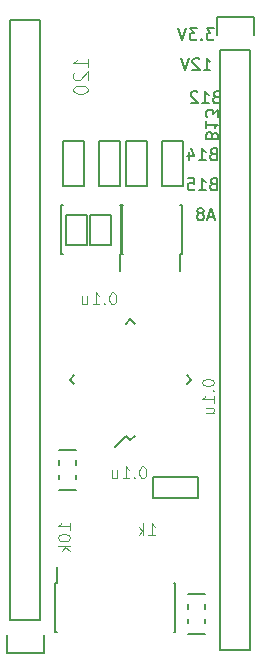
<source format=gbr>
G04 #@! TF.FileFunction,Legend,Bot*
%FSLAX46Y46*%
G04 Gerber Fmt 4.6, Leading zero omitted, Abs format (unit mm)*
G04 Created by KiCad (PCBNEW 4.0.7) date 02/16/18 18:05:03*
%MOMM*%
%LPD*%
G01*
G04 APERTURE LIST*
%ADD10C,0.100000*%
%ADD11C,0.200000*%
%ADD12C,0.150000*%
%ADD13C,0.101600*%
G04 APERTURE END LIST*
D10*
D11*
X37957047Y-23312381D02*
X38528476Y-23312381D01*
X38242762Y-23312381D02*
X38242762Y-22312381D01*
X38338000Y-22455238D01*
X38433238Y-22550476D01*
X38528476Y-22598095D01*
X37576095Y-22407619D02*
X37528476Y-22360000D01*
X37433238Y-22312381D01*
X37195142Y-22312381D01*
X37099904Y-22360000D01*
X37052285Y-22407619D01*
X37004666Y-22502857D01*
X37004666Y-22598095D01*
X37052285Y-22740952D01*
X37623714Y-23312381D01*
X37004666Y-23312381D01*
X36718952Y-22312381D02*
X36385619Y-23312381D01*
X36052285Y-22312381D01*
X38814190Y-19772381D02*
X38195142Y-19772381D01*
X38528476Y-20153333D01*
X38385618Y-20153333D01*
X38290380Y-20200952D01*
X38242761Y-20248571D01*
X38195142Y-20343810D01*
X38195142Y-20581905D01*
X38242761Y-20677143D01*
X38290380Y-20724762D01*
X38385618Y-20772381D01*
X38671333Y-20772381D01*
X38766571Y-20724762D01*
X38814190Y-20677143D01*
X37766571Y-20677143D02*
X37718952Y-20724762D01*
X37766571Y-20772381D01*
X37814190Y-20724762D01*
X37766571Y-20677143D01*
X37766571Y-20772381D01*
X37385619Y-19772381D02*
X36766571Y-19772381D01*
X37099905Y-20153333D01*
X36957047Y-20153333D01*
X36861809Y-20200952D01*
X36814190Y-20248571D01*
X36766571Y-20343810D01*
X36766571Y-20581905D01*
X36814190Y-20677143D01*
X36861809Y-20724762D01*
X36957047Y-20772381D01*
X37242762Y-20772381D01*
X37338000Y-20724762D01*
X37385619Y-20677143D01*
X36480857Y-19772381D02*
X36147524Y-20772381D01*
X35814190Y-19772381D01*
X38980952Y-25582571D02*
X38838095Y-25630190D01*
X38790476Y-25677810D01*
X38742857Y-25773048D01*
X38742857Y-25915905D01*
X38790476Y-26011143D01*
X38838095Y-26058762D01*
X38933333Y-26106381D01*
X39314286Y-26106381D01*
X39314286Y-25106381D01*
X38980952Y-25106381D01*
X38885714Y-25154000D01*
X38838095Y-25201619D01*
X38790476Y-25296857D01*
X38790476Y-25392095D01*
X38838095Y-25487333D01*
X38885714Y-25534952D01*
X38980952Y-25582571D01*
X39314286Y-25582571D01*
X37790476Y-26106381D02*
X38361905Y-26106381D01*
X38076191Y-26106381D02*
X38076191Y-25106381D01*
X38171429Y-25249238D01*
X38266667Y-25344476D01*
X38361905Y-25392095D01*
X37409524Y-25201619D02*
X37361905Y-25154000D01*
X37266667Y-25106381D01*
X37028571Y-25106381D01*
X36933333Y-25154000D01*
X36885714Y-25201619D01*
X36838095Y-25296857D01*
X36838095Y-25392095D01*
X36885714Y-25534952D01*
X37457143Y-26106381D01*
X36838095Y-26106381D01*
X38679429Y-28820952D02*
X38631810Y-28678095D01*
X38584190Y-28630476D01*
X38488952Y-28582857D01*
X38346095Y-28582857D01*
X38250857Y-28630476D01*
X38203238Y-28678095D01*
X38155619Y-28773333D01*
X38155619Y-29154286D01*
X39155619Y-29154286D01*
X39155619Y-28820952D01*
X39108000Y-28725714D01*
X39060381Y-28678095D01*
X38965143Y-28630476D01*
X38869905Y-28630476D01*
X38774667Y-28678095D01*
X38727048Y-28725714D01*
X38679429Y-28820952D01*
X38679429Y-29154286D01*
X38155619Y-27630476D02*
X38155619Y-28201905D01*
X38155619Y-27916191D02*
X39155619Y-27916191D01*
X39012762Y-28011429D01*
X38917524Y-28106667D01*
X38869905Y-28201905D01*
X39155619Y-27297143D02*
X39155619Y-26678095D01*
X38774667Y-27011429D01*
X38774667Y-26868571D01*
X38727048Y-26773333D01*
X38679429Y-26725714D01*
X38584190Y-26678095D01*
X38346095Y-26678095D01*
X38250857Y-26725714D01*
X38203238Y-26773333D01*
X38155619Y-26868571D01*
X38155619Y-27154286D01*
X38203238Y-27249524D01*
X38250857Y-27297143D01*
X38726952Y-30408571D02*
X38584095Y-30456190D01*
X38536476Y-30503810D01*
X38488857Y-30599048D01*
X38488857Y-30741905D01*
X38536476Y-30837143D01*
X38584095Y-30884762D01*
X38679333Y-30932381D01*
X39060286Y-30932381D01*
X39060286Y-29932381D01*
X38726952Y-29932381D01*
X38631714Y-29980000D01*
X38584095Y-30027619D01*
X38536476Y-30122857D01*
X38536476Y-30218095D01*
X38584095Y-30313333D01*
X38631714Y-30360952D01*
X38726952Y-30408571D01*
X39060286Y-30408571D01*
X37536476Y-30932381D02*
X38107905Y-30932381D01*
X37822191Y-30932381D02*
X37822191Y-29932381D01*
X37917429Y-30075238D01*
X38012667Y-30170476D01*
X38107905Y-30218095D01*
X36679333Y-30265714D02*
X36679333Y-30932381D01*
X36917429Y-29884762D02*
X37155524Y-30599048D01*
X36536476Y-30599048D01*
X38726952Y-32948571D02*
X38584095Y-32996190D01*
X38536476Y-33043810D01*
X38488857Y-33139048D01*
X38488857Y-33281905D01*
X38536476Y-33377143D01*
X38584095Y-33424762D01*
X38679333Y-33472381D01*
X39060286Y-33472381D01*
X39060286Y-32472381D01*
X38726952Y-32472381D01*
X38631714Y-32520000D01*
X38584095Y-32567619D01*
X38536476Y-32662857D01*
X38536476Y-32758095D01*
X38584095Y-32853333D01*
X38631714Y-32900952D01*
X38726952Y-32948571D01*
X39060286Y-32948571D01*
X37536476Y-33472381D02*
X38107905Y-33472381D01*
X37822191Y-33472381D02*
X37822191Y-32472381D01*
X37917429Y-32615238D01*
X38012667Y-32710476D01*
X38107905Y-32758095D01*
X36631714Y-32472381D02*
X37107905Y-32472381D01*
X37155524Y-32948571D01*
X37107905Y-32900952D01*
X37012667Y-32853333D01*
X36774571Y-32853333D01*
X36679333Y-32900952D01*
X36631714Y-32948571D01*
X36584095Y-33043810D01*
X36584095Y-33281905D01*
X36631714Y-33377143D01*
X36679333Y-33424762D01*
X36774571Y-33472381D01*
X37012667Y-33472381D01*
X37107905Y-33424762D01*
X37155524Y-33377143D01*
X38814286Y-35726667D02*
X38338095Y-35726667D01*
X38909524Y-36012381D02*
X38576191Y-35012381D01*
X38242857Y-36012381D01*
X37766667Y-35440952D02*
X37861905Y-35393333D01*
X37909524Y-35345714D01*
X37957143Y-35250476D01*
X37957143Y-35202857D01*
X37909524Y-35107619D01*
X37861905Y-35060000D01*
X37766667Y-35012381D01*
X37576190Y-35012381D01*
X37480952Y-35060000D01*
X37433333Y-35107619D01*
X37385714Y-35202857D01*
X37385714Y-35250476D01*
X37433333Y-35345714D01*
X37480952Y-35393333D01*
X37576190Y-35440952D01*
X37766667Y-35440952D01*
X37861905Y-35488571D01*
X37909524Y-35536190D01*
X37957143Y-35631429D01*
X37957143Y-35821905D01*
X37909524Y-35917143D01*
X37861905Y-35964762D01*
X37766667Y-36012381D01*
X37576190Y-36012381D01*
X37480952Y-35964762D01*
X37433333Y-35917143D01*
X37385714Y-35821905D01*
X37385714Y-35631429D01*
X37433333Y-35536190D01*
X37480952Y-35488571D01*
X37576190Y-35440952D01*
D12*
X24130000Y-69850000D02*
X24130000Y-19050000D01*
X24130000Y-19050000D02*
X21590000Y-19050000D01*
X21590000Y-19050000D02*
X21590000Y-69850000D01*
X24410000Y-72670000D02*
X24410000Y-71120000D01*
X24130000Y-69850000D02*
X21590000Y-69850000D01*
X21310000Y-71120000D02*
X21310000Y-72670000D01*
X21310000Y-72670000D02*
X24410000Y-72670000D01*
X25405000Y-66759000D02*
X25510000Y-66759000D01*
X25405000Y-70909000D02*
X25510000Y-70909000D01*
X35555000Y-70909000D02*
X35450000Y-70909000D01*
X35555000Y-66759000D02*
X35450000Y-66759000D01*
X25405000Y-66759000D02*
X25405000Y-70909000D01*
X35555000Y-66759000D02*
X35555000Y-70909000D01*
X25510000Y-66759000D02*
X25510000Y-65384000D01*
X30861000Y-29337000D02*
X30861000Y-33147000D01*
X30861000Y-33147000D02*
X29083000Y-33147000D01*
X29083000Y-33147000D02*
X29083000Y-29337000D01*
X30861000Y-29337000D02*
X29083000Y-29337000D01*
X31750000Y-54656524D02*
X31378769Y-54285293D01*
X36876524Y-49530000D02*
X36505293Y-49158769D01*
X31750000Y-44403476D02*
X32121231Y-44774707D01*
X26623476Y-49530000D02*
X26994707Y-49901231D01*
X31750000Y-54656524D02*
X32121231Y-54285293D01*
X26623476Y-49530000D02*
X26994707Y-49158769D01*
X31750000Y-44403476D02*
X31378769Y-44774707D01*
X36876524Y-49530000D02*
X36505293Y-49901231D01*
X31378769Y-54285293D02*
X30406497Y-55257565D01*
X36103000Y-38905000D02*
X35958000Y-38905000D01*
X36103000Y-34755000D02*
X35958000Y-34755000D01*
X30953000Y-34755000D02*
X31098000Y-34755000D01*
X30953000Y-38905000D02*
X31098000Y-38905000D01*
X36103000Y-38905000D02*
X36103000Y-34755000D01*
X30953000Y-38905000D02*
X30953000Y-34755000D01*
X35958000Y-38905000D02*
X35958000Y-40305000D01*
X33655000Y-57785000D02*
X37465000Y-57785000D01*
X37465000Y-57785000D02*
X37465000Y-59563000D01*
X37465000Y-59563000D02*
X33655000Y-59563000D01*
X33655000Y-57785000D02*
X33655000Y-59563000D01*
X25716000Y-57550000D02*
X25716000Y-57950000D01*
X25716000Y-56350000D02*
X25716000Y-56750000D01*
X27116000Y-56750000D02*
X27116000Y-56350000D01*
X27116000Y-57950000D02*
X27116000Y-57550000D01*
X25716000Y-58850000D02*
X27116000Y-58850000D01*
X25716000Y-55450000D02*
X27116000Y-55450000D01*
X31023000Y-38905000D02*
X30878000Y-38905000D01*
X31023000Y-34755000D02*
X30878000Y-34755000D01*
X25873000Y-34755000D02*
X26018000Y-34755000D01*
X25873000Y-38905000D02*
X26018000Y-38905000D01*
X31023000Y-38905000D02*
X31023000Y-34755000D01*
X25873000Y-38905000D02*
X25873000Y-34755000D01*
X30878000Y-38905000D02*
X30878000Y-40305000D01*
X31369000Y-33147000D02*
X31369000Y-29337000D01*
X31369000Y-29337000D02*
X33147000Y-29337000D01*
X33147000Y-29337000D02*
X33147000Y-33147000D01*
X31369000Y-33147000D02*
X33147000Y-33147000D01*
X34417000Y-33147000D02*
X34417000Y-29337000D01*
X34417000Y-29337000D02*
X36195000Y-29337000D01*
X36195000Y-29337000D02*
X36195000Y-33147000D01*
X34417000Y-33147000D02*
X36195000Y-33147000D01*
X27813000Y-29337000D02*
X27813000Y-33147000D01*
X27813000Y-33147000D02*
X26035000Y-33147000D01*
X26035000Y-33147000D02*
X26035000Y-29337000D01*
X27813000Y-29337000D02*
X26035000Y-29337000D01*
X28321000Y-38100000D02*
X28321000Y-35560000D01*
X30099000Y-35560000D02*
X30099000Y-38100000D01*
X30099000Y-35560000D02*
X28321000Y-35560000D01*
X28321000Y-38100000D02*
X30099000Y-38100000D01*
X28067000Y-35560000D02*
X28067000Y-38100000D01*
X26289000Y-38100000D02*
X26289000Y-35560000D01*
X26289000Y-38100000D02*
X28067000Y-38100000D01*
X28067000Y-35560000D02*
X26289000Y-35560000D01*
X38038000Y-68942000D02*
X38038000Y-68542000D01*
X38038000Y-70142000D02*
X38038000Y-69742000D01*
X36638000Y-69742000D02*
X36638000Y-70142000D01*
X36638000Y-68542000D02*
X36638000Y-68942000D01*
X38038000Y-67642000D02*
X36638000Y-67642000D01*
X38038000Y-71042000D02*
X36638000Y-71042000D01*
X39370000Y-21590000D02*
X39370000Y-72390000D01*
X39370000Y-72390000D02*
X41910000Y-72390000D01*
X41910000Y-72390000D02*
X41910000Y-21590000D01*
X39090000Y-18770000D02*
X39090000Y-20320000D01*
X39370000Y-21590000D02*
X41910000Y-21590000D01*
X42190000Y-20320000D02*
X42190000Y-18770000D01*
X42190000Y-18770000D02*
X39090000Y-18770000D01*
D13*
X28136548Y-23017238D02*
X28136548Y-22327810D01*
X28136548Y-22672524D02*
X26930048Y-22672524D01*
X27102405Y-22557619D01*
X27217310Y-22442714D01*
X27274762Y-22327810D01*
X27044952Y-23476858D02*
X26987500Y-23534310D01*
X26930048Y-23649215D01*
X26930048Y-23936477D01*
X26987500Y-24051381D01*
X27044952Y-24108834D01*
X27159857Y-24166286D01*
X27274762Y-24166286D01*
X27447119Y-24108834D01*
X28136548Y-23419405D01*
X28136548Y-24166286D01*
X26930048Y-24913167D02*
X26930048Y-25028072D01*
X26987500Y-25142977D01*
X27044952Y-25200429D01*
X27159857Y-25257882D01*
X27389667Y-25315334D01*
X27676929Y-25315334D01*
X27906738Y-25257882D01*
X28021643Y-25200429D01*
X28079095Y-25142977D01*
X28136548Y-25028072D01*
X28136548Y-24913167D01*
X28079095Y-24798263D01*
X28021643Y-24740810D01*
X27906738Y-24683358D01*
X27676929Y-24625906D01*
X27389667Y-24625906D01*
X27159857Y-24683358D01*
X27044952Y-24740810D01*
X26987500Y-24798263D01*
X26930048Y-24913167D01*
D10*
X30305429Y-42132381D02*
X30210190Y-42132381D01*
X30114952Y-42180000D01*
X30067333Y-42227619D01*
X30019714Y-42322857D01*
X29972095Y-42513333D01*
X29972095Y-42751429D01*
X30019714Y-42941905D01*
X30067333Y-43037143D01*
X30114952Y-43084762D01*
X30210190Y-43132381D01*
X30305429Y-43132381D01*
X30400667Y-43084762D01*
X30448286Y-43037143D01*
X30495905Y-42941905D01*
X30543524Y-42751429D01*
X30543524Y-42513333D01*
X30495905Y-42322857D01*
X30448286Y-42227619D01*
X30400667Y-42180000D01*
X30305429Y-42132381D01*
X29543524Y-43037143D02*
X29495905Y-43084762D01*
X29543524Y-43132381D01*
X29591143Y-43084762D01*
X29543524Y-43037143D01*
X29543524Y-43132381D01*
X28543524Y-43132381D02*
X29114953Y-43132381D01*
X28829239Y-43132381D02*
X28829239Y-42132381D01*
X28924477Y-42275238D01*
X29019715Y-42370476D01*
X29114953Y-42418095D01*
X27686381Y-42465714D02*
X27686381Y-43132381D01*
X28114953Y-42465714D02*
X28114953Y-42989524D01*
X28067334Y-43084762D01*
X27972096Y-43132381D01*
X27829238Y-43132381D01*
X27734000Y-43084762D01*
X27686381Y-43037143D01*
X37814381Y-49704571D02*
X37814381Y-49799810D01*
X37862000Y-49895048D01*
X37909619Y-49942667D01*
X38004857Y-49990286D01*
X38195333Y-50037905D01*
X38433429Y-50037905D01*
X38623905Y-49990286D01*
X38719143Y-49942667D01*
X38766762Y-49895048D01*
X38814381Y-49799810D01*
X38814381Y-49704571D01*
X38766762Y-49609333D01*
X38719143Y-49561714D01*
X38623905Y-49514095D01*
X38433429Y-49466476D01*
X38195333Y-49466476D01*
X38004857Y-49514095D01*
X37909619Y-49561714D01*
X37862000Y-49609333D01*
X37814381Y-49704571D01*
X38719143Y-50466476D02*
X38766762Y-50514095D01*
X38814381Y-50466476D01*
X38766762Y-50418857D01*
X38719143Y-50466476D01*
X38814381Y-50466476D01*
X38814381Y-51466476D02*
X38814381Y-50895047D01*
X38814381Y-51180761D02*
X37814381Y-51180761D01*
X37957238Y-51085523D01*
X38052476Y-50990285D01*
X38100095Y-50895047D01*
X38147714Y-52323619D02*
X38814381Y-52323619D01*
X38147714Y-51895047D02*
X38671524Y-51895047D01*
X38766762Y-51942666D01*
X38814381Y-52037904D01*
X38814381Y-52180762D01*
X38766762Y-52276000D01*
X38719143Y-52323619D01*
X32845429Y-56864381D02*
X32750190Y-56864381D01*
X32654952Y-56912000D01*
X32607333Y-56959619D01*
X32559714Y-57054857D01*
X32512095Y-57245333D01*
X32512095Y-57483429D01*
X32559714Y-57673905D01*
X32607333Y-57769143D01*
X32654952Y-57816762D01*
X32750190Y-57864381D01*
X32845429Y-57864381D01*
X32940667Y-57816762D01*
X32988286Y-57769143D01*
X33035905Y-57673905D01*
X33083524Y-57483429D01*
X33083524Y-57245333D01*
X33035905Y-57054857D01*
X32988286Y-56959619D01*
X32940667Y-56912000D01*
X32845429Y-56864381D01*
X32083524Y-57769143D02*
X32035905Y-57816762D01*
X32083524Y-57864381D01*
X32131143Y-57816762D01*
X32083524Y-57769143D01*
X32083524Y-57864381D01*
X31083524Y-57864381D02*
X31654953Y-57864381D01*
X31369239Y-57864381D02*
X31369239Y-56864381D01*
X31464477Y-57007238D01*
X31559715Y-57102476D01*
X31654953Y-57150095D01*
X30226381Y-57197714D02*
X30226381Y-57864381D01*
X30654953Y-57197714D02*
X30654953Y-57721524D01*
X30607334Y-57816762D01*
X30512096Y-57864381D01*
X30369238Y-57864381D01*
X30274000Y-57816762D01*
X30226381Y-57769143D01*
X33274095Y-62690381D02*
X33845524Y-62690381D01*
X33559810Y-62690381D02*
X33559810Y-61690381D01*
X33655048Y-61833238D01*
X33750286Y-61928476D01*
X33845524Y-61976095D01*
X32845524Y-62690381D02*
X32845524Y-61690381D01*
X32750286Y-62309429D02*
X32464571Y-62690381D01*
X32464571Y-62023714D02*
X32845524Y-62404667D01*
X26622381Y-62229905D02*
X26622381Y-61658476D01*
X26622381Y-61944190D02*
X25622381Y-61944190D01*
X25765238Y-61848952D01*
X25860476Y-61753714D01*
X25908095Y-61658476D01*
X25622381Y-62848952D02*
X25622381Y-62944191D01*
X25670000Y-63039429D01*
X25717619Y-63087048D01*
X25812857Y-63134667D01*
X26003333Y-63182286D01*
X26241429Y-63182286D01*
X26431905Y-63134667D01*
X26527143Y-63087048D01*
X26574762Y-63039429D01*
X26622381Y-62944191D01*
X26622381Y-62848952D01*
X26574762Y-62753714D01*
X26527143Y-62706095D01*
X26431905Y-62658476D01*
X26241429Y-62610857D01*
X26003333Y-62610857D01*
X25812857Y-62658476D01*
X25717619Y-62706095D01*
X25670000Y-62753714D01*
X25622381Y-62848952D01*
X26622381Y-63610857D02*
X25622381Y-63610857D01*
X26241429Y-63706095D02*
X26622381Y-63991810D01*
X25955714Y-63991810D02*
X26336667Y-63610857D01*
M02*

</source>
